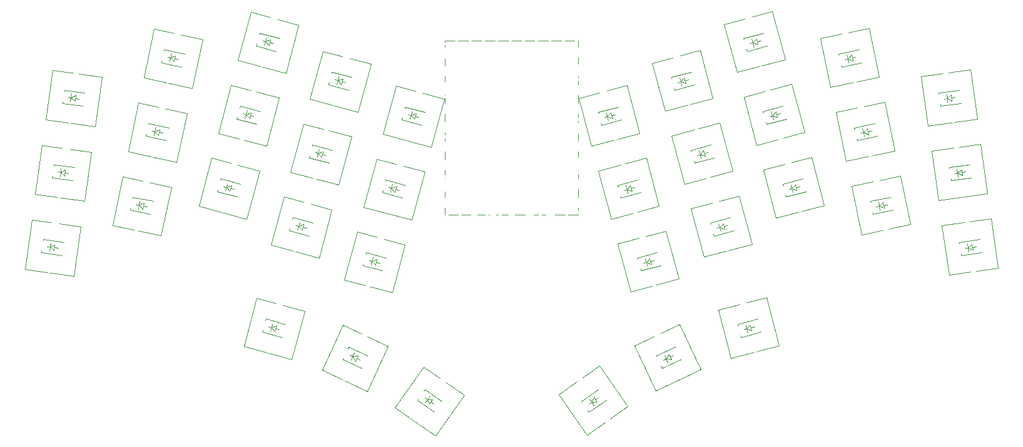
<source format=gbr>
%TF.GenerationSoftware,KiCad,Pcbnew,7.0.6*%
%TF.CreationDate,2025-05-26T00:34:49-04:00*%
%TF.ProjectId,bw2,6277322e-6b69-4636-9164-5f7063625858,2*%
%TF.SameCoordinates,Original*%
%TF.FileFunction,Legend,Bot*%
%TF.FilePolarity,Positive*%
%FSLAX46Y46*%
G04 Gerber Fmt 4.6, Leading zero omitted, Abs format (unit mm)*
G04 Created by KiCad (PCBNEW 7.0.6) date 2025-05-26 00:34:49*
%MOMM*%
%LPD*%
G01*
G04 APERTURE LIST*
G04 Aperture macros list*
%AMRoundRect*
0 Rectangle with rounded corners*
0 $1 Rounding radius*
0 $2 $3 $4 $5 $6 $7 $8 $9 X,Y pos of 4 corners*
0 Add a 4 corners polygon primitive as box body*
4,1,4,$2,$3,$4,$5,$6,$7,$8,$9,$2,$3,0*
0 Add four circle primitives for the rounded corners*
1,1,$1+$1,$2,$3*
1,1,$1+$1,$4,$5*
1,1,$1+$1,$6,$7*
1,1,$1+$1,$8,$9*
0 Add four rect primitives between the rounded corners*
20,1,$1+$1,$2,$3,$4,$5,0*
20,1,$1+$1,$4,$5,$6,$7,0*
20,1,$1+$1,$6,$7,$8,$9,0*
20,1,$1+$1,$8,$9,$2,$3,0*%
G04 Aperture macros list end*
%ADD10C,0.120000*%
%ADD11C,0.100000*%
%ADD12O,2.600000X1.600000*%
%ADD13O,1.600000X2.600000*%
%ADD14C,2.300000*%
%ADD15C,1.852600*%
%ADD16RoundRect,0.050000X-0.024473X-0.749601X0.712764X-0.233382X0.024473X0.749601X-0.712764X0.233382X0*%
%ADD17RoundRect,0.050000X-0.154268X-0.733963X0.661409X-0.353606X0.154268X0.733963X-0.661409X0.353606X0*%
%ADD18RoundRect,0.050000X-0.279375X-0.696024X0.589958X-0.463087X0.279375X0.696024X-0.589958X0.463087X0*%
%ADD19RoundRect,0.050000X-0.712764X-0.233382X0.024473X-0.749601X0.712764X0.233382X-0.024473X0.749601X0*%
%ADD20RoundRect,0.050000X-0.661409X-0.353606X0.154268X-0.733963X0.661409X0.353606X-0.154268X0.733963X0*%
%ADD21RoundRect,0.050000X-0.589958X-0.463087X0.279375X-0.696024X0.589958X0.463087X-0.279375X0.696024X0*%
%ADD22RoundRect,0.050000X-0.315419X-0.680449X0.564913X-0.493328X0.315419X0.680449X-0.564913X0.493328X0*%
%ADD23RoundRect,0.050000X-0.362117X-0.656789X0.529124X-0.531533X0.362117X0.656789X-0.529124X0.531533X0*%
%ADD24RoundRect,0.050000X-0.564913X-0.493328X0.315419X-0.680449X0.564913X0.493328X-0.315419X0.680449X0*%
%ADD25RoundRect,0.050000X-0.529124X-0.531533X0.362117X-0.656789X0.529124X0.531533X-0.362117X0.656789X0*%
G04 APERTURE END LIST*
D10*
%TO.C,U1*%
X87983476Y98383351D02*
X89303476Y98383351D01*
X89783476Y98383351D02*
X91103476Y98383351D01*
X91583476Y98383351D02*
X92903476Y98383351D01*
X93383476Y98383351D02*
X94703476Y98383351D01*
X95183476Y98383351D02*
X96503476Y98383351D01*
X96983476Y98383351D02*
X98303476Y98383351D01*
X98783476Y98383351D02*
X100103476Y98383351D01*
X100583476Y98383351D02*
X101903476Y98383351D01*
X102383476Y98383351D02*
X103703476Y98383351D01*
X104183476Y98383351D02*
X105503476Y98383351D01*
X105983476Y98383351D02*
X105983476Y98383351D01*
X105983476Y98383351D02*
X105983476Y97063351D01*
X105983476Y96583351D02*
X105983476Y95263351D01*
X105983476Y94783351D02*
X105983476Y93463351D01*
X105983476Y92983351D02*
X105983476Y91663351D01*
X105983476Y91183351D02*
X105983476Y89863351D01*
X105983476Y89383351D02*
X105983476Y88063351D01*
X105983476Y87583351D02*
X105983476Y86263351D01*
X105983476Y85783351D02*
X105983476Y84463351D01*
X105983476Y83983351D02*
X105983476Y82663351D01*
X105983476Y82183351D02*
X105983476Y80863351D01*
X105983476Y80383351D02*
X105983476Y79063351D01*
X105983476Y78583351D02*
X105983476Y77263351D01*
X105983476Y76783351D02*
X105983476Y75463351D01*
X105983476Y74983351D02*
X105983476Y74883351D01*
X105983476Y74883351D02*
X104663476Y74883351D01*
X104183476Y74883351D02*
X102863476Y74883351D01*
X102383476Y74883351D02*
X101063476Y74883351D01*
X100583476Y74883351D02*
X99263476Y74883351D01*
X98783476Y74883351D02*
X97463476Y74883351D01*
X96983476Y74883351D02*
X95663476Y74883351D01*
X95183476Y74883351D02*
X93863476Y74883351D01*
X93383476Y74883351D02*
X92063476Y74883351D01*
X91583476Y74883351D02*
X90263476Y74883351D01*
X89783476Y74883351D02*
X88463476Y74883351D01*
X87983476Y74883351D02*
X87983476Y74883351D01*
X87983476Y74883351D02*
X87983476Y76203351D01*
X87983476Y76683351D02*
X87983476Y78003351D01*
X87983476Y78483351D02*
X87983476Y79803351D01*
X87983476Y80283351D02*
X87983476Y81603351D01*
X87983476Y82083351D02*
X87983476Y83403351D01*
X87983476Y83883351D02*
X87983476Y85203351D01*
X87983476Y85683351D02*
X87983476Y87003351D01*
X87983476Y87483351D02*
X87983476Y88803351D01*
X87983476Y89283351D02*
X87983476Y90603351D01*
X87983476Y91083351D02*
X87983476Y92403351D01*
X87983476Y92883351D02*
X87983476Y94203351D01*
X87983476Y94683351D02*
X87983476Y96003351D01*
X87983476Y96483351D02*
X87983476Y97803351D01*
X87983476Y98283351D02*
X87983476Y98383351D01*
%TO.C,SW36*%
X112704931Y48932174D02*
X108844188Y54445886D01*
X108844188Y54445886D02*
X103330476Y50585144D01*
X103330476Y50585144D02*
X107191219Y45071431D01*
X107191219Y45071431D02*
X112704931Y48932174D01*
%TO.C,SW35*%
X122581627Y53969877D02*
X119736984Y60070234D01*
X119736984Y60070234D02*
X113636626Y57225590D01*
X113636626Y57225590D02*
X116481269Y51125234D01*
X116481269Y51125234D02*
X122581627Y53969877D01*
%TO.C,SW34*%
X133183070Y57215961D02*
X131440959Y63717609D01*
X131440959Y63717609D02*
X124939312Y61975498D01*
X124939312Y61975498D02*
X126681423Y55473850D01*
X126681423Y55473850D02*
X133183070Y57215961D01*
%TO.C,SW33*%
X85049920Y54341862D02*
X81189177Y48828150D01*
X81189177Y48828150D02*
X86702890Y44967407D01*
X86702890Y44967407D02*
X90563632Y50481119D01*
X90563632Y50481119D02*
X85049920Y54341862D01*
%TO.C,SW32*%
X74176295Y59955142D02*
X71331652Y53854784D01*
X71331652Y53854784D02*
X77432008Y51010141D01*
X77432008Y51010141D02*
X80276652Y57110499D01*
X80276652Y57110499D02*
X74176295Y59955142D01*
%TO.C,SW31*%
X62493134Y63594933D02*
X60751023Y57093286D01*
X60751023Y57093286D02*
X67252671Y55351175D01*
X67252671Y55351175D02*
X68994782Y61852822D01*
X68994782Y61852822D02*
X62493134Y63594933D01*
%TO.C,SW30*%
X114313572Y85909905D02*
X112571461Y92411553D01*
X112571461Y92411553D02*
X106069814Y90669442D01*
X106069814Y90669442D02*
X107811925Y84167794D01*
X107811925Y84167794D02*
X114313572Y85909905D01*
%TO.C,SW29*%
X116953519Y76057451D02*
X115211408Y82559099D01*
X115211408Y82559099D02*
X108709761Y80816988D01*
X108709761Y80816988D02*
X110451872Y74315340D01*
X110451872Y74315340D02*
X116953519Y76057451D01*
%TO.C,SW28*%
X119593465Y66205017D02*
X117851354Y72706665D01*
X117851354Y72706665D02*
X111349707Y70964554D01*
X111349707Y70964554D02*
X113091818Y64462906D01*
X113091818Y64462906D02*
X119593465Y66205017D01*
%TO.C,SW27*%
X124227927Y90637000D02*
X122485816Y97138648D01*
X122485816Y97138648D02*
X115984169Y95396537D01*
X115984169Y95396537D02*
X117726280Y88894889D01*
X117726280Y88894889D02*
X124227927Y90637000D01*
%TO.C,SW26*%
X126867870Y80784554D02*
X125125759Y87286202D01*
X125125759Y87286202D02*
X118624112Y85544091D01*
X118624112Y85544091D02*
X120366223Y79042443D01*
X120366223Y79042443D02*
X126867870Y80784554D01*
%TO.C,SW25*%
X129507838Y70932102D02*
X127765727Y77433750D01*
X127765727Y77433750D02*
X121264080Y75691639D01*
X121264080Y75691639D02*
X123006191Y69189991D01*
X123006191Y69189991D02*
X129507838Y70932102D01*
%TO.C,SW24*%
X133999929Y95895345D02*
X132257818Y102396993D01*
X132257818Y102396993D02*
X125756171Y100654882D01*
X125756171Y100654882D02*
X127498282Y94153234D01*
X127498282Y94153234D02*
X133999929Y95895345D01*
%TO.C,SW23*%
X136639896Y86042906D02*
X134897785Y92544554D01*
X134897785Y92544554D02*
X128396138Y90802443D01*
X128396138Y90802443D02*
X130138249Y84300795D01*
X130138249Y84300795D02*
X136639896Y86042906D01*
%TO.C,SW22*%
X139279841Y76190480D02*
X137537730Y82692128D01*
X137537730Y82692128D02*
X131036083Y80950017D01*
X131036083Y80950017D02*
X132778194Y74448369D01*
X132778194Y74448369D02*
X139279841Y76190480D01*
%TO.C,SW21*%
X146728668Y93530336D02*
X145329214Y100114248D01*
X145329214Y100114248D02*
X138745303Y98714794D01*
X138745303Y98714794D02*
X140144756Y92130882D01*
X140144756Y92130882D02*
X146728668Y93530336D01*
%TO.C,SW20*%
X148849378Y83553241D02*
X147449924Y90137153D01*
X147449924Y90137153D02*
X140866013Y88737699D01*
X140866013Y88737699D02*
X142265466Y82153787D01*
X142265466Y82153787D02*
X148849378Y83553241D01*
%TO.C,SW19*%
X150970075Y73576133D02*
X149570621Y80160045D01*
X149570621Y80160045D02*
X142986710Y78760591D01*
X142986710Y78760591D02*
X144386163Y72176679D01*
X144386163Y72176679D02*
X150970075Y73576133D01*
%TO.C,SW18*%
X159988681Y87871129D02*
X159051907Y94536624D01*
X159051907Y94536624D02*
X152386412Y93599850D01*
X152386412Y93599850D02*
X153323186Y86934355D01*
X153323186Y86934355D02*
X159988681Y87871129D01*
%TO.C,SW17*%
X161408238Y77770404D02*
X160471464Y84435899D01*
X160471464Y84435899D02*
X153805969Y83499125D01*
X153805969Y83499125D02*
X154742743Y76833630D01*
X154742743Y76833630D02*
X161408238Y77770404D01*
%TO.C,SW16*%
X162827812Y67669657D02*
X161891038Y74335152D01*
X161891038Y74335152D02*
X155225543Y73398378D01*
X155225543Y73398378D02*
X156162317Y66732883D01*
X156162317Y66732883D02*
X162827812Y67669657D01*
%TO.C,SW15*%
X81362632Y92288873D02*
X79620521Y85787226D01*
X79620521Y85787226D02*
X86122169Y84045115D01*
X86122169Y84045115D02*
X87864280Y90546762D01*
X87864280Y90546762D02*
X81362632Y92288873D01*
%TO.C,SW14*%
X78722689Y82436431D02*
X76980578Y75934784D01*
X76980578Y75934784D02*
X83482226Y74192673D01*
X83482226Y74192673D02*
X85224337Y80694320D01*
X85224337Y80694320D02*
X78722689Y82436431D01*
%TO.C,SW13*%
X76082727Y72583985D02*
X74340616Y66082338D01*
X74340616Y66082338D02*
X80842264Y64340227D01*
X80842264Y64340227D02*
X82584375Y70841874D01*
X82584375Y70841874D02*
X76082727Y72583985D01*
%TO.C,SW12*%
X71448271Y97015971D02*
X69706160Y90514324D01*
X69706160Y90514324D02*
X76207808Y88772213D01*
X76207808Y88772213D02*
X77949919Y95273860D01*
X77949919Y95273860D02*
X71448271Y97015971D01*
%TO.C,SW11*%
X68808320Y87163522D02*
X67066209Y80661875D01*
X67066209Y80661875D02*
X73567857Y78919764D01*
X73567857Y78919764D02*
X75309968Y85421411D01*
X75309968Y85421411D02*
X68808320Y87163522D01*
%TO.C,SW10*%
X66168362Y77311086D02*
X64426251Y70809439D01*
X64426251Y70809439D02*
X70927899Y69067328D01*
X70927899Y69067328D02*
X72670010Y75568975D01*
X72670010Y75568975D02*
X66168362Y77311086D01*
%TO.C,SW9*%
X61676262Y102274324D02*
X59934151Y95772677D01*
X59934151Y95772677D02*
X66435799Y94030566D01*
X66435799Y94030566D02*
X68177910Y100532213D01*
X68177910Y100532213D02*
X61676262Y102274324D01*
%TO.C,SW8*%
X59036315Y92421883D02*
X57294204Y85920236D01*
X57294204Y85920236D02*
X63795852Y84178125D01*
X63795852Y84178125D02*
X65537963Y90679772D01*
X65537963Y90679772D02*
X59036315Y92421883D01*
%TO.C,SW7*%
X56396356Y82569437D02*
X54654245Y76067790D01*
X54654245Y76067790D02*
X61155893Y74325679D01*
X61155893Y74325679D02*
X62898004Y80827326D01*
X62898004Y80827326D02*
X56396356Y82569437D01*
%TO.C,SW6*%
X48611317Y99990028D02*
X47211863Y93406116D01*
X47211863Y93406116D02*
X53795775Y92006663D01*
X53795775Y92006663D02*
X55195229Y98590574D01*
X55195229Y98590574D02*
X48611317Y99990028D01*
%TO.C,SW5*%
X46490624Y90012935D02*
X45091170Y83429023D01*
X45091170Y83429023D02*
X51675082Y82029570D01*
X51675082Y82029570D02*
X53074536Y88613481D01*
X53074536Y88613481D02*
X46490624Y90012935D01*
%TO.C,SW4*%
X44369930Y80035815D02*
X42970476Y73451903D01*
X42970476Y73451903D02*
X49554388Y72052450D01*
X49554388Y72052450D02*
X50953842Y78636361D01*
X50953842Y78636361D02*
X44369930Y80035815D01*
%TO.C,SW3*%
X34897376Y94410865D02*
X33960602Y87745370D01*
X33960602Y87745370D02*
X40626097Y86808596D01*
X40626097Y86808596D02*
X41562871Y93474091D01*
X41562871Y93474091D02*
X34897376Y94410865D01*
%TO.C,SW2*%
X33477816Y84310127D02*
X32541042Y77644632D01*
X32541042Y77644632D02*
X39206537Y76707858D01*
X39206537Y76707858D02*
X40143311Y83373353D01*
X40143311Y83373353D02*
X33477816Y84310127D01*
%TO.C,SW1*%
X32058250Y74209386D02*
X31121476Y67543891D01*
X31121476Y67543891D02*
X37786971Y66607117D01*
X37786971Y66607117D02*
X38723745Y73272612D01*
X38723745Y73272612D02*
X32058250Y74209386D01*
D11*
%TO.C,D36*%
X107475548Y48202821D02*
X109769174Y49808835D01*
X106443110Y49677295D02*
X107475548Y48202821D01*
X107491778Y49312883D02*
X107819439Y49542313D01*
X107819439Y49542313D02*
X108134906Y49091780D01*
X107819439Y49542313D02*
X107503972Y49992847D01*
X107819439Y49542313D02*
X108540361Y49558798D01*
X108540361Y49558798D02*
X108081499Y50214120D01*
X108310930Y49886459D02*
X108720506Y50173247D01*
X108081499Y50214120D02*
X107819439Y49542313D01*
X108736736Y51283309D02*
X106443110Y49677295D01*
%TO.C,D35*%
X117305039Y54159677D02*
X119842700Y55343009D01*
X116544326Y55791031D02*
X117305039Y54159677D01*
X117513782Y55250056D02*
X117876305Y55419104D01*
X117876305Y55419104D02*
X118108745Y54920634D01*
X117876305Y55419104D02*
X117643865Y55917573D01*
X117876305Y55419104D02*
X118589137Y55310151D01*
X118589137Y55310151D02*
X118251043Y56035198D01*
X118420090Y55672675D02*
X118873244Y55883984D01*
X118251043Y56035198D02*
X117876305Y55419104D01*
X119081987Y56974363D02*
X116544326Y55791031D01*
%TO.C,D34*%
X128019603Y58319149D02*
X130724195Y59043842D01*
X127553729Y60057816D02*
X128019603Y58319149D01*
X128414518Y59356715D02*
X128800888Y59460242D01*
X128800888Y59460242D02*
X128943238Y58928983D01*
X128800888Y59460242D02*
X128658537Y59991502D01*
X128800888Y59460242D02*
X129483971Y59229163D01*
X129483971Y59229163D02*
X129276916Y60001904D01*
X129380443Y59615534D02*
X129863406Y59744943D01*
X129276916Y60001904D02*
X128800888Y59460242D01*
X130258321Y60782509D02*
X127553729Y60057816D01*
%TO.C,D33*%
X84197779Y49808843D02*
X86491405Y48202829D01*
X85230217Y51283317D02*
X84197779Y49808843D01*
X85246447Y50173255D02*
X85574108Y49943825D01*
X85574108Y49943825D02*
X85258641Y49493291D01*
X85574108Y49943825D02*
X85889575Y50394358D01*
X85574108Y49943825D02*
X85836168Y49272018D01*
X85836168Y49272018D02*
X86295030Y49927340D01*
X86065599Y49599679D02*
X86475175Y49312891D01*
X86295030Y49927340D02*
X85574108Y49943825D01*
X87523843Y49677303D02*
X85230217Y51283317D01*
%TO.C,D32*%
X74124251Y55343017D02*
X76661912Y54159685D01*
X74884964Y56974371D02*
X74124251Y55343017D01*
X75093707Y55883992D02*
X75456230Y55714944D01*
X75456230Y55714944D02*
X75223790Y55216475D01*
X75456230Y55714944D02*
X75688670Y56213414D01*
X75456230Y55714944D02*
X75830968Y55098850D01*
X75830968Y55098850D02*
X76169062Y55823897D01*
X76000015Y55461373D02*
X76453169Y55250064D01*
X76169062Y55823897D02*
X75456230Y55714944D01*
X77422625Y55791039D02*
X74884964Y56974371D01*
%TO.C,D31*%
X63242769Y59043838D02*
X65947361Y58319145D01*
X63708643Y60782505D02*
X63242769Y59043838D01*
X64103558Y59744939D02*
X64489928Y59641412D01*
X64489928Y59641412D02*
X64347577Y59110152D01*
X64489928Y59641412D02*
X64632278Y60172671D01*
X64489928Y59641412D02*
X64965956Y59099750D01*
X64965956Y59099750D02*
X65173011Y59872491D01*
X65069483Y59486120D02*
X65552446Y59356711D01*
X65173011Y59872491D02*
X64489928Y59641412D01*
X66413235Y60057812D02*
X63708643Y60782505D01*
%TO.C,D30*%
X109150105Y87013093D02*
X111854697Y87737786D01*
X108684231Y88751760D02*
X109150105Y87013093D01*
X109545020Y88050659D02*
X109931390Y88154186D01*
X109931390Y88154186D02*
X110073740Y87622927D01*
X109931390Y88154186D02*
X109789039Y88685446D01*
X109931390Y88154186D02*
X110614473Y87923107D01*
X110614473Y87923107D02*
X110407418Y88695848D01*
X110510945Y88309478D02*
X110993908Y88438887D01*
X110407418Y88695848D02*
X109931390Y88154186D01*
X111388823Y89476453D02*
X108684231Y88751760D01*
%TO.C,D29*%
X111790052Y77160639D02*
X114494644Y77885332D01*
X111324178Y78899306D02*
X111790052Y77160639D01*
X112184967Y78198205D02*
X112571337Y78301732D01*
X112571337Y78301732D02*
X112713687Y77770473D01*
X112571337Y78301732D02*
X112428986Y78832992D01*
X112571337Y78301732D02*
X113254420Y78070653D01*
X113254420Y78070653D02*
X113047365Y78843394D01*
X113150892Y78457024D02*
X113633855Y78586433D01*
X113047365Y78843394D02*
X112571337Y78301732D01*
X114028770Y79623999D02*
X111324178Y78899306D01*
%TO.C,D28*%
X114429998Y67308205D02*
X117134590Y68032898D01*
X113964124Y69046872D02*
X114429998Y67308205D01*
X114824913Y68345771D02*
X115211283Y68449298D01*
X115211283Y68449298D02*
X115353633Y67918039D01*
X115211283Y68449298D02*
X115068932Y68980558D01*
X115211283Y68449298D02*
X115894366Y68218219D01*
X115894366Y68218219D02*
X115687311Y68990960D01*
X115790838Y68604590D02*
X116273801Y68733999D01*
X115687311Y68990960D02*
X115211283Y68449298D01*
X116668716Y69771565D02*
X113964124Y69046872D01*
%TO.C,D27*%
X119064460Y91740188D02*
X121769052Y92464881D01*
X118598586Y93478855D02*
X119064460Y91740188D01*
X119459375Y92777754D02*
X119845745Y92881281D01*
X119845745Y92881281D02*
X119988095Y92350022D01*
X119845745Y92881281D02*
X119703394Y93412541D01*
X119845745Y92881281D02*
X120528828Y92650202D01*
X120528828Y92650202D02*
X120321773Y93422943D01*
X120425300Y93036573D02*
X120908263Y93165982D01*
X120321773Y93422943D02*
X119845745Y92881281D01*
X121303178Y94203548D02*
X118598586Y93478855D01*
%TO.C,D26*%
X121704403Y81887742D02*
X124408995Y82612435D01*
X121238529Y83626409D02*
X121704403Y81887742D01*
X122099318Y82925308D02*
X122485688Y83028835D01*
X122485688Y83028835D02*
X122628038Y82497576D01*
X122485688Y83028835D02*
X122343337Y83560095D01*
X122485688Y83028835D02*
X123168771Y82797756D01*
X123168771Y82797756D02*
X122961716Y83570497D01*
X123065243Y83184127D02*
X123548206Y83313536D01*
X122961716Y83570497D02*
X122485688Y83028835D01*
X123943121Y84351102D02*
X121238529Y83626409D01*
%TO.C,D25*%
X124344371Y72035290D02*
X127048963Y72759983D01*
X123878497Y73773957D02*
X124344371Y72035290D01*
X124739286Y73072856D02*
X125125656Y73176383D01*
X125125656Y73176383D02*
X125268006Y72645124D01*
X125125656Y73176383D02*
X124983305Y73707643D01*
X125125656Y73176383D02*
X125808739Y72945304D01*
X125808739Y72945304D02*
X125601684Y73718045D01*
X125705211Y73331675D02*
X126188174Y73461084D01*
X125601684Y73718045D02*
X125125656Y73176383D01*
X126583089Y74498650D02*
X123878497Y73773957D01*
%TO.C,D24*%
X128836462Y96998533D02*
X131541054Y97723226D01*
X128370588Y98737200D02*
X128836462Y96998533D01*
X129231377Y98036099D02*
X129617747Y98139626D01*
X129617747Y98139626D02*
X129760097Y97608367D01*
X129617747Y98139626D02*
X129475396Y98670886D01*
X129617747Y98139626D02*
X130300830Y97908547D01*
X130300830Y97908547D02*
X130093775Y98681288D01*
X130197302Y98294918D02*
X130680265Y98424327D01*
X130093775Y98681288D02*
X129617747Y98139626D01*
X131075180Y99461893D02*
X128370588Y98737200D01*
%TO.C,D23*%
X131476429Y87146094D02*
X134181021Y87870787D01*
X131010555Y88884761D02*
X131476429Y87146094D01*
X131871344Y88183660D02*
X132257714Y88287187D01*
X132257714Y88287187D02*
X132400064Y87755928D01*
X132257714Y88287187D02*
X132115363Y88818447D01*
X132257714Y88287187D02*
X132940797Y88056108D01*
X132940797Y88056108D02*
X132733742Y88828849D01*
X132837269Y88442479D02*
X133320232Y88571888D01*
X132733742Y88828849D02*
X132257714Y88287187D01*
X133715147Y89609454D02*
X131010555Y88884761D01*
%TO.C,D22*%
X134116374Y77293668D02*
X136820966Y78018361D01*
X133650500Y79032335D02*
X134116374Y77293668D01*
X134511289Y78331234D02*
X134897659Y78434761D01*
X134897659Y78434761D02*
X135040009Y77903502D01*
X134897659Y78434761D02*
X134755308Y78966021D01*
X134897659Y78434761D02*
X135580742Y78203682D01*
X135580742Y78203682D02*
X135373687Y78976423D01*
X135477214Y78590053D02*
X135960177Y78719462D01*
X135373687Y78976423D02*
X134897659Y78434761D01*
X136355092Y79757028D02*
X133650500Y79032335D01*
%TO.C,D21*%
X141630014Y94902246D02*
X144368827Y95484399D01*
X141255773Y96662911D02*
X141630014Y94902246D01*
X142078689Y95917721D02*
X142469948Y96000886D01*
X142469948Y96000886D02*
X142584300Y95462905D01*
X142469948Y96000886D02*
X142355597Y96538867D01*
X142469948Y96000886D02*
X143140002Y95734374D01*
X143140002Y95734374D02*
X142973672Y96516892D01*
X143056837Y96125633D02*
X143545911Y96229589D01*
X142973672Y96516892D02*
X142469948Y96000886D01*
X143994586Y97245064D02*
X141255773Y96662911D01*
%TO.C,D20*%
X143750724Y84925151D02*
X146489537Y85507304D01*
X143376483Y86685816D02*
X143750724Y84925151D01*
X144199399Y85940626D02*
X144590658Y86023791D01*
X144590658Y86023791D02*
X144705010Y85485810D01*
X144590658Y86023791D02*
X144476307Y86561772D01*
X144590658Y86023791D02*
X145260712Y85757279D01*
X145260712Y85757279D02*
X145094382Y86539797D01*
X145177547Y86148538D02*
X145666621Y86252494D01*
X145094382Y86539797D02*
X144590658Y86023791D01*
X146115296Y87267969D02*
X143376483Y86685816D01*
%TO.C,D19*%
X148235993Y77290861D02*
X145497180Y76708708D01*
X147215079Y76562689D02*
X146711355Y76046683D01*
X147298244Y76171430D02*
X147787318Y76275386D01*
X147381409Y75780171D02*
X147215079Y76562689D01*
X146711355Y76046683D02*
X147381409Y75780171D01*
X146711355Y76046683D02*
X146597004Y76584664D01*
X146711355Y76046683D02*
X146825707Y75508702D01*
X146320096Y75963518D02*
X146711355Y76046683D01*
X145497180Y76708708D02*
X145871421Y74948043D01*
X145871421Y74948043D02*
X148610234Y75530196D01*
%TO.C,D18*%
X154998146Y89595361D02*
X157770897Y89985046D01*
X154747635Y91377844D02*
X154998146Y89595361D01*
X155516565Y90577065D02*
X155912672Y90632734D01*
X155912672Y90632734D02*
X155989217Y90088087D01*
X155912672Y90632734D02*
X155836127Y91177382D01*
X155912672Y90632734D02*
X156562502Y90320131D01*
X156562502Y90320131D02*
X156451164Y91112346D01*
X156506833Y90716238D02*
X157001967Y90785825D01*
X156451164Y91112346D02*
X155912672Y90632734D01*
X157520386Y91767529D02*
X154747635Y91377844D01*
%TO.C,D17*%
X156417703Y79494636D02*
X159190454Y79884321D01*
X156167192Y81277119D02*
X156417703Y79494636D01*
X156936122Y80476340D02*
X157332229Y80532009D01*
X157332229Y80532009D02*
X157408774Y79987362D01*
X157332229Y80532009D02*
X157255684Y81076657D01*
X157332229Y80532009D02*
X157982059Y80219406D01*
X157982059Y80219406D02*
X157870721Y81011621D01*
X157926390Y80615513D02*
X158421524Y80685100D01*
X157870721Y81011621D02*
X157332229Y80532009D01*
X158939943Y81666804D02*
X156167192Y81277119D01*
%TO.C,D16*%
X157837277Y69393889D02*
X160610028Y69783574D01*
X157586766Y71176372D02*
X157837277Y69393889D01*
X158355696Y70375593D02*
X158751803Y70431262D01*
X158751803Y70431262D02*
X158828348Y69886615D01*
X158751803Y70431262D02*
X158675258Y70975910D01*
X158751803Y70431262D02*
X159401633Y70118659D01*
X159401633Y70118659D02*
X159290295Y70910874D01*
X159345964Y70514766D02*
X159841098Y70584353D01*
X159290295Y70910874D02*
X158751803Y70431262D01*
X160359517Y71566057D02*
X157586766Y71176372D01*
%TO.C,D15*%
X82112267Y87737778D02*
X84816859Y87013085D01*
X82578141Y89476445D02*
X82112267Y87737778D01*
X82973056Y88438879D02*
X83359426Y88335352D01*
X83359426Y88335352D02*
X83217075Y87804092D01*
X83359426Y88335352D02*
X83501776Y88866611D01*
X83359426Y88335352D02*
X83835454Y87793690D01*
X83835454Y87793690D02*
X84042509Y88566431D01*
X83938981Y88180060D02*
X84421944Y88050651D01*
X84042509Y88566431D02*
X83359426Y88335352D01*
X85282733Y88751752D02*
X82578141Y89476445D01*
%TO.C,D14*%
X79472324Y77885336D02*
X82176916Y77160643D01*
X79938198Y79624003D02*
X79472324Y77885336D01*
X80333113Y78586437D02*
X80719483Y78482910D01*
X80719483Y78482910D02*
X80577132Y77951650D01*
X80719483Y78482910D02*
X80861833Y79014169D01*
X80719483Y78482910D02*
X81195511Y77941248D01*
X81195511Y77941248D02*
X81402566Y78713989D01*
X81299038Y78327618D02*
X81782001Y78198209D01*
X81402566Y78713989D02*
X80719483Y78482910D01*
X82642790Y78899310D02*
X79938198Y79624003D01*
%TO.C,D13*%
X76832362Y68032890D02*
X79536954Y67308197D01*
X77298236Y69771557D02*
X76832362Y68032890D01*
X77693151Y68733991D02*
X78079521Y68630464D01*
X78079521Y68630464D02*
X77937170Y68099204D01*
X78079521Y68630464D02*
X78221871Y69161723D01*
X78079521Y68630464D02*
X78555549Y68088802D01*
X78555549Y68088802D02*
X78762604Y68861543D01*
X78659076Y68475172D02*
X79142039Y68345763D01*
X78762604Y68861543D02*
X78079521Y68630464D01*
X80002828Y69046864D02*
X77298236Y69771557D01*
%TO.C,D12*%
X72197906Y92464876D02*
X74902498Y91740183D01*
X72663780Y94203543D02*
X72197906Y92464876D01*
X73058695Y93165977D02*
X73445065Y93062450D01*
X73445065Y93062450D02*
X73302714Y92531190D01*
X73445065Y93062450D02*
X73587415Y93593709D01*
X73445065Y93062450D02*
X73921093Y92520788D01*
X73921093Y92520788D02*
X74128148Y93293529D01*
X74024620Y92907158D02*
X74507583Y92777749D01*
X74128148Y93293529D02*
X73445065Y93062450D01*
X75368372Y93478850D02*
X72663780Y94203543D01*
%TO.C,D11*%
X69557955Y82612427D02*
X72262547Y81887734D01*
X70023829Y84351094D02*
X69557955Y82612427D01*
X70418744Y83313528D02*
X70805114Y83210001D01*
X70805114Y83210001D02*
X70662763Y82678741D01*
X70805114Y83210001D02*
X70947464Y83741260D01*
X70805114Y83210001D02*
X71281142Y82668339D01*
X71281142Y82668339D02*
X71488197Y83441080D01*
X71384669Y83054709D02*
X71867632Y82925300D01*
X71488197Y83441080D02*
X70805114Y83210001D01*
X72728421Y83626401D02*
X70023829Y84351094D01*
%TO.C,D10*%
X66917997Y72759991D02*
X69622589Y72035298D01*
X67383871Y74498658D02*
X66917997Y72759991D01*
X67778786Y73461092D02*
X68165156Y73357565D01*
X68165156Y73357565D02*
X68022805Y72826305D01*
X68165156Y73357565D02*
X68307506Y73888824D01*
X68165156Y73357565D02*
X68641184Y72815903D01*
X68641184Y72815903D02*
X68848239Y73588644D01*
X68744711Y73202273D02*
X69227674Y73072864D01*
X68848239Y73588644D02*
X68165156Y73357565D01*
X70088463Y73773965D02*
X67383871Y74498658D01*
%TO.C,D9*%
X62425897Y97723229D02*
X65130489Y96998536D01*
X62891771Y99461896D02*
X62425897Y97723229D01*
X63286686Y98424330D02*
X63673056Y98320803D01*
X63673056Y98320803D02*
X63530705Y97789543D01*
X63673056Y98320803D02*
X63815406Y98852062D01*
X63673056Y98320803D02*
X64149084Y97779141D01*
X64149084Y97779141D02*
X64356139Y98551882D01*
X64252611Y98165511D02*
X64735574Y98036102D01*
X64356139Y98551882D02*
X63673056Y98320803D01*
X65596363Y98737203D02*
X62891771Y99461896D01*
%TO.C,D8*%
X59785950Y87870788D02*
X62490542Y87146095D01*
X60251824Y89609455D02*
X59785950Y87870788D01*
X60646739Y88571889D02*
X61033109Y88468362D01*
X61033109Y88468362D02*
X60890758Y87937102D01*
X61033109Y88468362D02*
X61175459Y88999621D01*
X61033109Y88468362D02*
X61509137Y87926700D01*
X61509137Y87926700D02*
X61716192Y88699441D01*
X61612664Y88313070D02*
X62095627Y88183661D01*
X61716192Y88699441D02*
X61033109Y88468362D01*
X62956416Y88884762D02*
X60251824Y89609455D01*
%TO.C,D7*%
X57145991Y78018342D02*
X59850583Y77293649D01*
X57611865Y79757009D02*
X57145991Y78018342D01*
X58006780Y78719443D02*
X58393150Y78615916D01*
X58393150Y78615916D02*
X58250799Y78084656D01*
X58393150Y78615916D02*
X58535500Y79147175D01*
X58393150Y78615916D02*
X58869178Y78074254D01*
X58869178Y78074254D02*
X59076233Y78846995D01*
X58972705Y78460624D02*
X59455668Y78331215D01*
X59076233Y78846995D02*
X58393150Y78615916D01*
X60316457Y79032316D02*
X57611865Y79757009D01*
%TO.C,D6*%
X49598109Y95484404D02*
X52336922Y94902251D01*
X49972350Y97245069D02*
X49598109Y95484404D01*
X50421025Y96229594D02*
X50812284Y96146429D01*
X50812284Y96146429D02*
X50697933Y95608448D01*
X50812284Y96146429D02*
X50926636Y96684410D01*
X50812284Y96146429D02*
X51316008Y95630423D01*
X51316008Y95630423D02*
X51482338Y96412941D01*
X51399173Y96021682D02*
X51888247Y95917726D01*
X51482338Y96412941D02*
X50812284Y96146429D01*
X52711163Y96662916D02*
X49972350Y97245069D01*
%TO.C,D5*%
X47477416Y85507311D02*
X50216229Y84925158D01*
X47851657Y87267976D02*
X47477416Y85507311D01*
X48300332Y86252501D02*
X48691591Y86169336D01*
X48691591Y86169336D02*
X48577240Y85631355D01*
X48691591Y86169336D02*
X48805943Y86707317D01*
X48691591Y86169336D02*
X49195315Y85653330D01*
X49195315Y85653330D02*
X49361645Y86435848D01*
X49278480Y86044589D02*
X49767554Y85940633D01*
X49361645Y86435848D02*
X48691591Y86169336D01*
X50590470Y86685823D02*
X47851657Y87267976D01*
%TO.C,D4*%
X45356722Y75530191D02*
X48095535Y74948038D01*
X45730963Y77290856D02*
X45356722Y75530191D01*
X46179638Y76275381D02*
X46570897Y76192216D01*
X46570897Y76192216D02*
X46456546Y75654235D01*
X46570897Y76192216D02*
X46685249Y76730197D01*
X46570897Y76192216D02*
X47074621Y75676210D01*
X47074621Y75676210D02*
X47240951Y76458728D01*
X47157786Y76067469D02*
X47646860Y75963513D01*
X47240951Y76458728D02*
X46570897Y76192216D01*
X48469776Y76708703D02*
X45730963Y77290856D01*
%TO.C,D3*%
X36196061Y89985051D02*
X38968812Y89595366D01*
X36446572Y91767534D02*
X36196061Y89985051D01*
X36964991Y90785830D02*
X37361098Y90730161D01*
X37361098Y90730161D02*
X37284553Y90185513D01*
X37361098Y90730161D02*
X37437643Y91274808D01*
X37361098Y90730161D02*
X37899590Y90250549D01*
X37899590Y90250549D02*
X38010928Y91042764D01*
X37955259Y90646657D02*
X38450393Y90577070D01*
X38010928Y91042764D02*
X37361098Y90730161D01*
X39219323Y91377849D02*
X36446572Y91767534D01*
%TO.C,D2*%
X34776501Y79884313D02*
X37549252Y79494628D01*
X35027012Y81666796D02*
X34776501Y79884313D01*
X35545431Y80685092D02*
X35941538Y80629423D01*
X35941538Y80629423D02*
X35864993Y80084775D01*
X35941538Y80629423D02*
X36018083Y81174070D01*
X35941538Y80629423D02*
X36480030Y80149811D01*
X36480030Y80149811D02*
X36591368Y80942026D01*
X36535699Y80545919D02*
X37030833Y80476332D01*
X36591368Y80942026D02*
X35941538Y80629423D01*
X37799763Y81277111D02*
X35027012Y81666796D01*
%TO.C,D1*%
X33356935Y69783572D02*
X36129686Y69393887D01*
X33607446Y71566055D02*
X33356935Y69783572D01*
X34125865Y70584351D02*
X34521972Y70528682D01*
X34521972Y70528682D02*
X34445427Y69984034D01*
X34521972Y70528682D02*
X34598517Y71073329D01*
X34521972Y70528682D02*
X35060464Y70049070D01*
X35060464Y70049070D02*
X35171802Y70841285D01*
X35116133Y70445178D02*
X35611267Y70375591D01*
X35171802Y70841285D02*
X34521972Y70528682D01*
X36380197Y71176370D02*
X33607446Y71566055D01*
%TD*%
%LPC*%
D12*
%TO.C,U1*%
X105103476Y96793351D03*
X105103476Y94253351D03*
X105103476Y91713351D03*
X105103476Y89173351D03*
X105103476Y86633351D03*
X105103476Y84093351D03*
X105103476Y81553351D03*
X105103476Y79013351D03*
X105103476Y76473351D03*
D13*
X102063476Y75973351D03*
X99523476Y75973351D03*
X96983476Y75973351D03*
X94443476Y75973351D03*
X91903476Y75973351D03*
D12*
X88863476Y76473351D03*
X88863476Y79013351D03*
X88863476Y81553351D03*
X88863476Y84093351D03*
X88863476Y86633351D03*
X88863476Y89173351D03*
X88863476Y91713351D03*
X88863476Y96793351D03*
X88863476Y94253351D03*
%TD*%
D14*
%TO.C,H1*%
X43626240Y91437603D03*
%TD*%
%TO.C,H2*%
X150340712Y91437603D03*
%TD*%
%TO.C,H3*%
X45000452Y67120501D03*
%TD*%
%TO.C,H4*%
X148966497Y67120509D03*
%TD*%
%TO.C,H5*%
X86180303Y95965233D03*
%TD*%
%TO.C,H6*%
X107786651Y95965238D03*
%TD*%
%TO.C,H7*%
X85564009Y59214893D03*
%TD*%
%TO.C,H8*%
X108402965Y59214885D03*
%TD*%
D15*
%TO.C,SW36*%
X106649258Y51823711D03*
X109517140Y47727951D03*
%TD*%
%TO.C,SW35*%
X117120063Y57869042D03*
X119233154Y53337503D03*
%TD*%
%TO.C,SW34*%
X128481562Y62004281D03*
X129775657Y57174651D03*
%TD*%
%TO.C,SW33*%
X84403927Y47662427D03*
X87271809Y51758187D03*
%TD*%
%TO.C,SW32*%
X74699988Y53265006D03*
X76813079Y57796545D03*
%TD*%
%TO.C,SW31*%
X64170602Y57097373D03*
X65464697Y61927003D03*
%TD*%
%TO.C,SW30*%
X109612064Y90698225D03*
X110906159Y85868595D03*
%TD*%
%TO.C,SW29*%
X112252011Y80845771D03*
X113546106Y76016141D03*
%TD*%
%TO.C,SW28*%
X114891957Y70993337D03*
X116186052Y66163707D03*
%TD*%
%TO.C,SW27*%
X119526419Y95425320D03*
X120820514Y90595690D03*
%TD*%
%TO.C,SW26*%
X122166362Y85572874D03*
X123460457Y80743244D03*
%TD*%
%TO.C,SW25*%
X124806330Y75720422D03*
X126100425Y70890792D03*
%TD*%
%TO.C,SW24*%
X129298421Y100683665D03*
X130592516Y95854035D03*
%TD*%
%TO.C,SW23*%
X131938388Y90831226D03*
X133232483Y86001596D03*
%TD*%
%TO.C,SW22*%
X134578333Y80978800D03*
X135872428Y76149170D03*
%TD*%
%TO.C,SW21*%
X142284204Y98558150D03*
X143323763Y93667412D03*
%TD*%
%TO.C,SW20*%
X144404914Y88581055D03*
X145444473Y83690317D03*
%TD*%
%TO.C,SW19*%
X146525611Y78603947D03*
X147565170Y73713209D03*
%TD*%
%TO.C,SW18*%
X155905766Y93196726D03*
X156601632Y88245386D03*
%TD*%
%TO.C,SW17*%
X157325323Y83096001D03*
X158021189Y78144661D03*
%TD*%
%TO.C,SW16*%
X158744897Y72995254D03*
X159440763Y68043914D03*
%TD*%
%TO.C,SW15*%
X84334195Y90620943D03*
X83040100Y85791313D03*
%TD*%
%TO.C,SW14*%
X81694252Y80768501D03*
X80400157Y75938871D03*
%TD*%
%TO.C,SW13*%
X77760195Y66086425D03*
X79054290Y70916055D03*
%TD*%
%TO.C,SW12*%
X74419834Y95348041D03*
X73125739Y90518411D03*
%TD*%
%TO.C,SW11*%
X71779883Y85495592D03*
X70485788Y80665962D03*
%TD*%
%TO.C,SW10*%
X67845830Y70813526D03*
X69139925Y75643156D03*
%TD*%
%TO.C,SW9*%
X63353730Y95776764D03*
X64647825Y100606394D03*
%TD*%
%TO.C,SW8*%
X60713783Y85924323D03*
X62007878Y90753953D03*
%TD*%
%TO.C,SW7*%
X58073824Y76071877D03*
X59367919Y80901507D03*
%TD*%
%TO.C,SW6*%
X50626540Y93589165D03*
X51666099Y98479903D03*
%TD*%
%TO.C,SW5*%
X48505847Y83612072D03*
X49545406Y88502810D03*
%TD*%
%TO.C,SW4*%
X46385153Y73634952D03*
X47424712Y78525690D03*
%TD*%
%TO.C,SW3*%
X37354192Y88166169D03*
X38050058Y93117509D03*
%TD*%
%TO.C,SW2*%
X35934632Y78065431D03*
X36630498Y83016771D03*
%TD*%
%TO.C,SW1*%
X34515066Y67964690D03*
X35210932Y72916030D03*
%TD*%
D16*
%TO.C,D36*%
X106754541Y48796664D03*
X109457743Y50689466D03*
%TD*%
D17*
%TO.C,D35*%
X116698105Y54869700D03*
X119688921Y56264340D03*
%TD*%
D18*
%TO.C,D34*%
X127545184Y59123778D03*
X130732740Y59977880D03*
%TD*%
D19*
%TO.C,D33*%
X84509210Y50689474D03*
X87212412Y48796672D03*
%TD*%
D20*
%TO.C,D32*%
X74278030Y56264348D03*
X77268846Y54869708D03*
%TD*%
D21*
%TO.C,D31*%
X63234224Y59977876D03*
X66421780Y59123774D03*
%TD*%
D18*
%TO.C,D30*%
X108675686Y87817722D03*
X111863242Y88671824D03*
%TD*%
%TO.C,D29*%
X111315633Y77965268D03*
X114503189Y78819370D03*
%TD*%
%TO.C,D28*%
X113955579Y68112834D03*
X117143135Y68966936D03*
%TD*%
%TO.C,D27*%
X118590041Y92544817D03*
X121777597Y93398919D03*
%TD*%
%TO.C,D26*%
X121229984Y82692371D03*
X124417540Y83546473D03*
%TD*%
%TO.C,D25*%
X123869952Y72839919D03*
X127057508Y73694021D03*
%TD*%
%TO.C,D24*%
X128362043Y97803162D03*
X131549599Y98657264D03*
%TD*%
%TO.C,D23*%
X131002010Y87950723D03*
X134189566Y88804825D03*
%TD*%
%TO.C,D22*%
X133641955Y78098297D03*
X136829511Y78952399D03*
%TD*%
D22*
%TO.C,D21*%
X141198356Y95730601D03*
X144426244Y96416709D03*
%TD*%
%TO.C,D20*%
X143319066Y85753506D03*
X146546954Y86439614D03*
%TD*%
%TO.C,D19*%
X148667651Y76462506D03*
X145439763Y75776398D03*
%TD*%
D23*
%TO.C,D18*%
X154625324Y90451809D03*
X157893208Y90911081D03*
%TD*%
%TO.C,D17*%
X156044881Y80351084D03*
X159312765Y80810356D03*
%TD*%
%TO.C,D16*%
X157464455Y70250337D03*
X160732339Y70709609D03*
%TD*%
D21*
%TO.C,D15*%
X82103722Y88671816D03*
X85291278Y87817714D03*
%TD*%
%TO.C,D14*%
X79463779Y78819374D03*
X82651335Y77965272D03*
%TD*%
%TO.C,D13*%
X76823817Y68966928D03*
X80011373Y68112826D03*
%TD*%
%TO.C,D12*%
X72189361Y93398914D03*
X75376917Y92544812D03*
%TD*%
%TO.C,D11*%
X69549410Y83546465D03*
X72736966Y82692363D03*
%TD*%
%TO.C,D10*%
X66909452Y73694029D03*
X70097008Y72839927D03*
%TD*%
%TO.C,D9*%
X62417352Y98657267D03*
X65604908Y97803165D03*
%TD*%
%TO.C,D8*%
X59777405Y88804826D03*
X62964961Y87950724D03*
%TD*%
%TO.C,D7*%
X57137446Y78952380D03*
X60325002Y78098278D03*
%TD*%
D24*
%TO.C,D6*%
X49540692Y96416714D03*
X52768580Y95730606D03*
%TD*%
%TO.C,D5*%
X47419999Y86439621D03*
X50647887Y85753513D03*
%TD*%
%TO.C,D4*%
X45299305Y76462501D03*
X48527193Y75776393D03*
%TD*%
D25*
%TO.C,D3*%
X36073750Y90911086D03*
X39341634Y90451814D03*
%TD*%
%TO.C,D2*%
X34654190Y80810348D03*
X37922074Y80351076D03*
%TD*%
%TO.C,D1*%
X33234624Y70709607D03*
X36502508Y70250335D03*
%TD*%
%LPD*%
M02*

</source>
